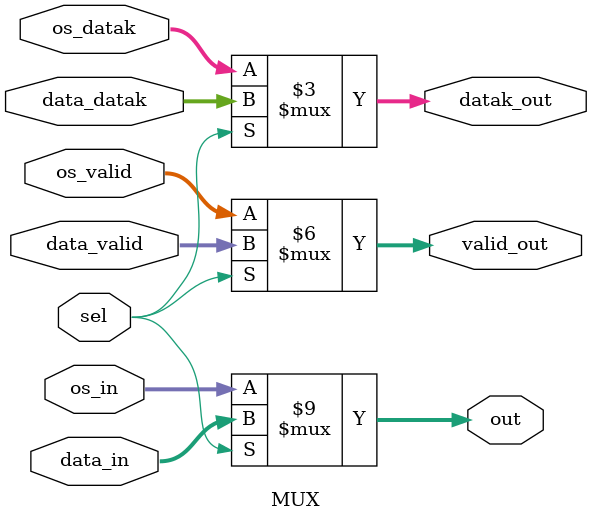
<source format=v>
module MUX (sel,data_valid, os_valid, data_in, os_in, data_datak, os_datak, out, datak_out, valid_out );
input sel;//selector signal coming from Tx LTSSM in order to tell MUX to forward either order sets coming from os generator or TLPs or DLLPs coming from LPIF Tx control and dataflow
input [63:0]data_valid;// valid data coming from LPIF Tx control and dataflow
input [63:0]os_valid;// valid data comimg from os generator
input [63:0]data_datak; // K or D characters coming coming from LPIF Tx control and dataflow
input [63:0]os_datak;// K or D characters coming coming from OS GENERATOR
input [511:0] data_in;// TLPS or DLLPS coming from LPIF Tx control and dataflow
input [511:0] os_in;// order sets coming from os generator
output reg [63:0]valid_out; 
output reg [63:0]datak_out;
output reg [511:0] out;
always@(*)begin
 if(sel)begin  // if Tx LTSSM choose to forward TLPs or DLLPs coming from LPIF Tx control and dataflow
   out=data_in;
   valid_out=data_valid;
   datak_out=data_datak;
   end
 else begin // if Tx LTSSM choose to forward order sets coming from os generator
  out=os_in;
  valid_out=os_valid;
  datak_out=os_datak;
  end
 end
 endmodule
       



</source>
